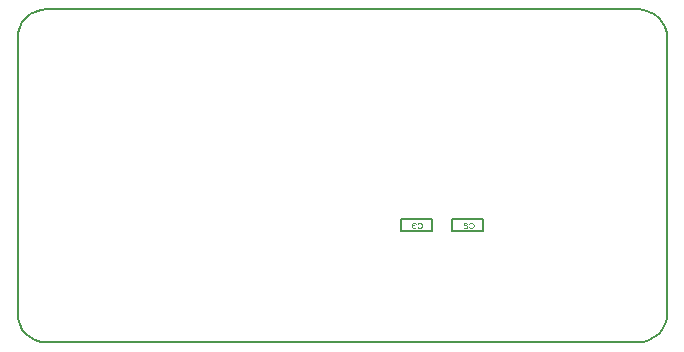
<source format=gbr>
G04 PROTEUS RS274X GERBER FILE*
%FSLAX45Y45*%
%MOMM*%
G01*
%ADD22C,0.203200*%
%ADD41C,0.060960*%
D22*
X+0Y+150000D02*
X+0Y+2470000D01*
X+250000Y+2720000D02*
X+5250000Y+2720000D01*
X+5500000Y+2470000D02*
X+5500000Y+150000D01*
X+5250000Y-100000D02*
X+250000Y-100000D01*
X+0Y+2470000D02*
X+4974Y+2521117D01*
X+19287Y+2568389D01*
X+42023Y+2610900D01*
X+72266Y+2647734D01*
X+109100Y+2677977D01*
X+151611Y+2700713D01*
X+198883Y+2715026D01*
X+250000Y+2720000D01*
X+0Y+150000D02*
X+4974Y+98883D01*
X+19287Y+51611D01*
X+42023Y+9100D01*
X+72266Y-27734D01*
X+109100Y-57977D01*
X+151611Y-80713D01*
X+198883Y-95026D01*
X+250000Y-100000D01*
X+5250000Y-100000D02*
X+5301117Y-95026D01*
X+5348389Y-80713D01*
X+5390900Y-57977D01*
X+5427734Y-27734D01*
X+5457977Y+9100D01*
X+5480713Y+51611D01*
X+5495026Y+98883D01*
X+5500000Y+150000D01*
X+5500000Y+2470000D02*
X+5495026Y+2521117D01*
X+5480713Y+2568389D01*
X+5457977Y+2610900D01*
X+5427734Y+2647734D01*
X+5390900Y+2677977D01*
X+5348389Y+2700713D01*
X+5301117Y+2715026D01*
X+5250000Y+2720000D01*
X+3682830Y+839200D02*
X+3944450Y+839200D01*
X+3944450Y+940800D01*
X+3682830Y+940800D01*
X+3682830Y+839200D01*
D41*
X+3825832Y+877808D02*
X+3831928Y+871712D01*
X+3850216Y+871712D01*
X+3862408Y+883904D01*
X+3862408Y+896096D01*
X+3850216Y+908288D01*
X+3831928Y+908288D01*
X+3825832Y+902192D01*
X+3807544Y+902192D02*
X+3801448Y+908288D01*
X+3783160Y+908288D01*
X+3777064Y+902192D01*
X+3777064Y+896096D01*
X+3783160Y+890000D01*
X+3801448Y+890000D01*
X+3807544Y+883904D01*
X+3807544Y+871712D01*
X+3777064Y+871712D01*
D22*
X+3245550Y+839200D02*
X+3507170Y+839200D01*
X+3507170Y+940800D01*
X+3245550Y+940800D01*
X+3245550Y+839200D01*
D41*
X+3388552Y+877808D02*
X+3394648Y+871712D01*
X+3412936Y+871712D01*
X+3425128Y+883904D01*
X+3425128Y+896096D01*
X+3412936Y+908288D01*
X+3394648Y+908288D01*
X+3388552Y+902192D01*
X+3370264Y+902192D02*
X+3364168Y+908288D01*
X+3345880Y+908288D01*
X+3339784Y+902192D01*
X+3339784Y+896096D01*
X+3345880Y+890000D01*
X+3339784Y+883904D01*
X+3339784Y+877808D01*
X+3345880Y+871712D01*
X+3364168Y+871712D01*
X+3370264Y+877808D01*
X+3358072Y+890000D02*
X+3345880Y+890000D01*
M02*

</source>
